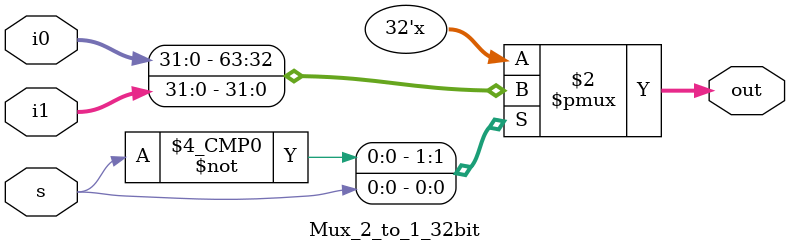
<source format=v>
module Adder32bit (out, a, b); 
input [31:0]a, b; 
output [31:0]out; 

// implementation details are left to the student …… 
assign #50 out = a + b;

endmodule 

//////////////////////////////////////////////////////

module SignExtend (out, in); 
input [15:0]in; 
output [31:0]out; 
reg [31:0] out;
// implementation details are left to the student …… 
always @(in)begin
  if (in[15]==0)
      begin
      out = {16'h0,in};
      end
  else 
      begin
      out = {16'hffff,in};
      end
end

endmodule 

//////////////////////////////////////////////////////

module Comparator32bit (equal, a, b); 
input [31:0]a, b; 
output equal; 
reg equal;
// implementation details are left to the student …… 
always @(a or b)begin
  if(a==b)
     begin
     #10 equal = 1;
     end
  else
     begin
     #10 equal = 0;
     end
end

endmodule 

//////////////////////////////////////////////////////

module ShiftLeft26_by2(out, in); 
input [25:0]in; 
output [27:0]out; 

// implementation details are left to the student …… 
assign out = in <<2;

endmodule 

//////////////////////////////////////////////////////

module ShiftLeft32_by2(out, in); 
input [31:0]in; 
output [31:0]out; 

// implementation details are left to the student …… 
assign out = in<<2;

endmodule 

//////////////////////////////////////////////////////

module Mux_3_to_1_5bit(out, s, i2, i1, i0); 
input [4:0] i2, i1, i0; 
input [1:0]s; 
output [4:0]out; 
reg [4:0] out;
// implementation details are left to the student …… 
always @(i0 or i1 or i2 or s) begin
     #6 case (s)
            2'b00: out = i0;
            2'b01: out = i1;
            2'b10: out = i2;
        endcase
    end
endmodule 

//////////////////////////////////////////////////////

module Mux_3_to_1_32bit(out, s, i2, i1, i0); 
input [31:0] i2, i1, i0; 
input [1:0]s; 
output [31:0]out; 
reg [31:0] out;
// implementation details are left to the student …… 
always @(i0 or i1 or i2 or s) begin
     #6 case (s)
            2'b00: out = i0;
            2'b01: out = i1;
            2'b10: out = i2;
        endcase
    end
endmodule 

//////////////////////////////////////////////////////

module Mux_2_to_1_32bit(out, s, i1, i0); 
input [31:0] i1, i0; 
input s; 
output [31:0]out; 
reg [31:0] out;
// implementation details are left to the student …… 
always @(i0 or i1 or s) begin
     #6 case (s)
            2'b00: out = i0;
            2'b01: out = i1;
        endcase
    end
endmodule 






</source>
